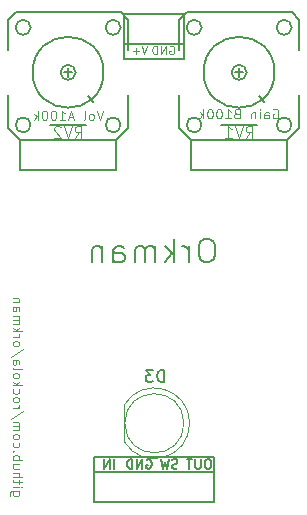
<source format=gbr>
%TF.GenerationSoftware,KiCad,Pcbnew,(5.99.0-1252-g0c2d08192)*%
%TF.CreationDate,2020-04-08T11:52:56+03:00*%
%TF.ProjectId,orkman,6f726b6d-616e-42e6-9b69-6361645f7063,rev?*%
%TF.SameCoordinates,Original*%
%TF.FileFunction,Legend,Bot*%
%TF.FilePolarity,Positive*%
%FSLAX46Y46*%
G04 Gerber Fmt 4.6, Leading zero omitted, Abs format (unit mm)*
G04 Created by KiCad (PCBNEW (5.99.0-1252-g0c2d08192)) date 2020-04-08 11:52:56*
%MOMM*%
%LPD*%
G01*
G04 APERTURE LIST*
%ADD10C,0.100000*%
%ADD11C,0.150000*%
%ADD12C,0.127000*%
%ADD13C,0.120000*%
%ADD14C,0.081280*%
G04 APERTURE END LIST*
D10*
X123170928Y-95185500D02*
X122523309Y-95185500D01*
X122447119Y-95223595D01*
X122409023Y-95261690D01*
X122370928Y-95337880D01*
X122370928Y-95452166D01*
X122409023Y-95528357D01*
X122675690Y-95185500D02*
X122637595Y-95261690D01*
X122637595Y-95414071D01*
X122675690Y-95490261D01*
X122713785Y-95528357D01*
X122789976Y-95566452D01*
X123018547Y-95566452D01*
X123094738Y-95528357D01*
X123132833Y-95490261D01*
X123170928Y-95414071D01*
X123170928Y-95261690D01*
X123132833Y-95185500D01*
X122637595Y-94804547D02*
X123170928Y-94804547D01*
X123437595Y-94804547D02*
X123399500Y-94842642D01*
X123361404Y-94804547D01*
X123399500Y-94766452D01*
X123437595Y-94804547D01*
X123361404Y-94804547D01*
X123170928Y-94537880D02*
X123170928Y-94233119D01*
X123437595Y-94423595D02*
X122751880Y-94423595D01*
X122675690Y-94385500D01*
X122637595Y-94309309D01*
X122637595Y-94233119D01*
X122637595Y-93966452D02*
X123437595Y-93966452D01*
X122637595Y-93623595D02*
X123056642Y-93623595D01*
X123132833Y-93661690D01*
X123170928Y-93737880D01*
X123170928Y-93852166D01*
X123132833Y-93928357D01*
X123094738Y-93966452D01*
X123170928Y-92899785D02*
X122637595Y-92899785D01*
X123170928Y-93242642D02*
X122751880Y-93242642D01*
X122675690Y-93204547D01*
X122637595Y-93128357D01*
X122637595Y-93014071D01*
X122675690Y-92937880D01*
X122713785Y-92899785D01*
X122637595Y-92518833D02*
X123437595Y-92518833D01*
X123132833Y-92518833D02*
X123170928Y-92442642D01*
X123170928Y-92290261D01*
X123132833Y-92214071D01*
X123094738Y-92175976D01*
X123018547Y-92137880D01*
X122789976Y-92137880D01*
X122713785Y-92175976D01*
X122675690Y-92214071D01*
X122637595Y-92290261D01*
X122637595Y-92442642D01*
X122675690Y-92518833D01*
X122713785Y-91795023D02*
X122675690Y-91756928D01*
X122637595Y-91795023D01*
X122675690Y-91833119D01*
X122713785Y-91795023D01*
X122637595Y-91795023D01*
X122675690Y-91071214D02*
X122637595Y-91147404D01*
X122637595Y-91299785D01*
X122675690Y-91375976D01*
X122713785Y-91414071D01*
X122789976Y-91452166D01*
X123018547Y-91452166D01*
X123094738Y-91414071D01*
X123132833Y-91375976D01*
X123170928Y-91299785D01*
X123170928Y-91147404D01*
X123132833Y-91071214D01*
X122637595Y-90614071D02*
X122675690Y-90690261D01*
X122713785Y-90728357D01*
X122789976Y-90766452D01*
X123018547Y-90766452D01*
X123094738Y-90728357D01*
X123132833Y-90690261D01*
X123170928Y-90614071D01*
X123170928Y-90499785D01*
X123132833Y-90423595D01*
X123094738Y-90385500D01*
X123018547Y-90347404D01*
X122789976Y-90347404D01*
X122713785Y-90385500D01*
X122675690Y-90423595D01*
X122637595Y-90499785D01*
X122637595Y-90614071D01*
X122637595Y-90004547D02*
X123170928Y-90004547D01*
X123094738Y-90004547D02*
X123132833Y-89966452D01*
X123170928Y-89890261D01*
X123170928Y-89775976D01*
X123132833Y-89699785D01*
X123056642Y-89661690D01*
X122637595Y-89661690D01*
X123056642Y-89661690D02*
X123132833Y-89623595D01*
X123170928Y-89547404D01*
X123170928Y-89433119D01*
X123132833Y-89356928D01*
X123056642Y-89318833D01*
X122637595Y-89318833D01*
X123475690Y-88366452D02*
X122447119Y-89052166D01*
X122637595Y-88099785D02*
X123170928Y-88099785D01*
X123018547Y-88099785D02*
X123094738Y-88061690D01*
X123132833Y-88023595D01*
X123170928Y-87947404D01*
X123170928Y-87871214D01*
X122637595Y-87490261D02*
X122675690Y-87566452D01*
X122713785Y-87604547D01*
X122789976Y-87642642D01*
X123018547Y-87642642D01*
X123094738Y-87604547D01*
X123132833Y-87566452D01*
X123170928Y-87490261D01*
X123170928Y-87375976D01*
X123132833Y-87299785D01*
X123094738Y-87261690D01*
X123018547Y-87223595D01*
X122789976Y-87223595D01*
X122713785Y-87261690D01*
X122675690Y-87299785D01*
X122637595Y-87375976D01*
X122637595Y-87490261D01*
X122675690Y-86537880D02*
X122637595Y-86614071D01*
X122637595Y-86766452D01*
X122675690Y-86842642D01*
X122713785Y-86880738D01*
X122789976Y-86918833D01*
X123018547Y-86918833D01*
X123094738Y-86880738D01*
X123132833Y-86842642D01*
X123170928Y-86766452D01*
X123170928Y-86614071D01*
X123132833Y-86537880D01*
X122637595Y-86195023D02*
X123437595Y-86195023D01*
X122942357Y-86118833D02*
X122637595Y-85890261D01*
X123170928Y-85890261D02*
X122866166Y-86195023D01*
X122637595Y-85433119D02*
X122675690Y-85509309D01*
X122713785Y-85547404D01*
X122789976Y-85585500D01*
X123018547Y-85585500D01*
X123094738Y-85547404D01*
X123132833Y-85509309D01*
X123170928Y-85433119D01*
X123170928Y-85318833D01*
X123132833Y-85242642D01*
X123094738Y-85204547D01*
X123018547Y-85166452D01*
X122789976Y-85166452D01*
X122713785Y-85204547D01*
X122675690Y-85242642D01*
X122637595Y-85318833D01*
X122637595Y-85433119D01*
X122637595Y-84709309D02*
X122675690Y-84785500D01*
X122751880Y-84823595D01*
X123437595Y-84823595D01*
X122637595Y-84061690D02*
X123056642Y-84061690D01*
X123132833Y-84099785D01*
X123170928Y-84175976D01*
X123170928Y-84328357D01*
X123132833Y-84404547D01*
X122675690Y-84061690D02*
X122637595Y-84137880D01*
X122637595Y-84328357D01*
X122675690Y-84404547D01*
X122751880Y-84442642D01*
X122828071Y-84442642D01*
X122904261Y-84404547D01*
X122942357Y-84328357D01*
X122942357Y-84137880D01*
X122980452Y-84061690D01*
X123475690Y-83109309D02*
X122447119Y-83795023D01*
X122637595Y-82728357D02*
X122675690Y-82804547D01*
X122713785Y-82842642D01*
X122789976Y-82880738D01*
X123018547Y-82880738D01*
X123094738Y-82842642D01*
X123132833Y-82804547D01*
X123170928Y-82728357D01*
X123170928Y-82614071D01*
X123132833Y-82537880D01*
X123094738Y-82499785D01*
X123018547Y-82461690D01*
X122789976Y-82461690D01*
X122713785Y-82499785D01*
X122675690Y-82537880D01*
X122637595Y-82614071D01*
X122637595Y-82728357D01*
X122637595Y-82118833D02*
X123170928Y-82118833D01*
X123018547Y-82118833D02*
X123094738Y-82080738D01*
X123132833Y-82042642D01*
X123170928Y-81966452D01*
X123170928Y-81890261D01*
X122637595Y-81623595D02*
X123437595Y-81623595D01*
X122942357Y-81547404D02*
X122637595Y-81318833D01*
X123170928Y-81318833D02*
X122866166Y-81623595D01*
X122637595Y-80975976D02*
X123170928Y-80975976D01*
X123094738Y-80975976D02*
X123132833Y-80937880D01*
X123170928Y-80861690D01*
X123170928Y-80747404D01*
X123132833Y-80671214D01*
X123056642Y-80633119D01*
X122637595Y-80633119D01*
X123056642Y-80633119D02*
X123132833Y-80595023D01*
X123170928Y-80518833D01*
X123170928Y-80404547D01*
X123132833Y-80328357D01*
X123056642Y-80290261D01*
X122637595Y-80290261D01*
X122637595Y-79566452D02*
X123056642Y-79566452D01*
X123132833Y-79604547D01*
X123170928Y-79680738D01*
X123170928Y-79833119D01*
X123132833Y-79909309D01*
X122675690Y-79566452D02*
X122637595Y-79642642D01*
X122637595Y-79833119D01*
X122675690Y-79909309D01*
X122751880Y-79947404D01*
X122828071Y-79947404D01*
X122904261Y-79909309D01*
X122942357Y-79833119D01*
X122942357Y-79642642D01*
X122980452Y-79566452D01*
X123170928Y-79185500D02*
X122637595Y-79185500D01*
X123094738Y-79185500D02*
X123132833Y-79147404D01*
X123170928Y-79071214D01*
X123170928Y-78956928D01*
X123132833Y-78880738D01*
X123056642Y-78842642D01*
X122637595Y-78842642D01*
X144671690Y-62846000D02*
X144747880Y-62807904D01*
X144862166Y-62807904D01*
X144976452Y-62846000D01*
X145052642Y-62922190D01*
X145090738Y-62998380D01*
X145128833Y-63150761D01*
X145128833Y-63265047D01*
X145090738Y-63417428D01*
X145052642Y-63493619D01*
X144976452Y-63569809D01*
X144862166Y-63607904D01*
X144785976Y-63607904D01*
X144671690Y-63569809D01*
X144633595Y-63531714D01*
X144633595Y-63265047D01*
X144785976Y-63265047D01*
X143947880Y-63607904D02*
X143947880Y-63188857D01*
X143985976Y-63112666D01*
X144062166Y-63074571D01*
X144214547Y-63074571D01*
X144290738Y-63112666D01*
X143947880Y-63569809D02*
X144024071Y-63607904D01*
X144214547Y-63607904D01*
X144290738Y-63569809D01*
X144328833Y-63493619D01*
X144328833Y-63417428D01*
X144290738Y-63341238D01*
X144214547Y-63303142D01*
X144024071Y-63303142D01*
X143947880Y-63265047D01*
X143566928Y-63607904D02*
X143566928Y-63074571D01*
X143566928Y-62807904D02*
X143605023Y-62846000D01*
X143566928Y-62884095D01*
X143528833Y-62846000D01*
X143566928Y-62807904D01*
X143566928Y-62884095D01*
X143185976Y-63074571D02*
X143185976Y-63607904D01*
X143185976Y-63150761D02*
X143147880Y-63112666D01*
X143071690Y-63074571D01*
X142957404Y-63074571D01*
X142881214Y-63112666D01*
X142843119Y-63188857D01*
X142843119Y-63607904D01*
X141585976Y-63188857D02*
X141471690Y-63226952D01*
X141433595Y-63265047D01*
X141395500Y-63341238D01*
X141395500Y-63455523D01*
X141433595Y-63531714D01*
X141471690Y-63569809D01*
X141547880Y-63607904D01*
X141852642Y-63607904D01*
X141852642Y-62807904D01*
X141585976Y-62807904D01*
X141509785Y-62846000D01*
X141471690Y-62884095D01*
X141433595Y-62960285D01*
X141433595Y-63036476D01*
X141471690Y-63112666D01*
X141509785Y-63150761D01*
X141585976Y-63188857D01*
X141852642Y-63188857D01*
X140633595Y-63607904D02*
X141090738Y-63607904D01*
X140862166Y-63607904D02*
X140862166Y-62807904D01*
X140938357Y-62922190D01*
X141014547Y-62998380D01*
X141090738Y-63036476D01*
X140138357Y-62807904D02*
X140062166Y-62807904D01*
X139985976Y-62846000D01*
X139947880Y-62884095D01*
X139909785Y-62960285D01*
X139871690Y-63112666D01*
X139871690Y-63303142D01*
X139909785Y-63455523D01*
X139947880Y-63531714D01*
X139985976Y-63569809D01*
X140062166Y-63607904D01*
X140138357Y-63607904D01*
X140214547Y-63569809D01*
X140252642Y-63531714D01*
X140290738Y-63455523D01*
X140328833Y-63303142D01*
X140328833Y-63112666D01*
X140290738Y-62960285D01*
X140252642Y-62884095D01*
X140214547Y-62846000D01*
X140138357Y-62807904D01*
X139376452Y-62807904D02*
X139300261Y-62807904D01*
X139224071Y-62846000D01*
X139185976Y-62884095D01*
X139147880Y-62960285D01*
X139109785Y-63112666D01*
X139109785Y-63303142D01*
X139147880Y-63455523D01*
X139185976Y-63531714D01*
X139224071Y-63569809D01*
X139300261Y-63607904D01*
X139376452Y-63607904D01*
X139452642Y-63569809D01*
X139490738Y-63531714D01*
X139528833Y-63455523D01*
X139566928Y-63303142D01*
X139566928Y-63112666D01*
X139528833Y-62960285D01*
X139490738Y-62884095D01*
X139452642Y-62846000D01*
X139376452Y-62807904D01*
X138766928Y-63607904D02*
X138766928Y-62807904D01*
X138690738Y-63303142D02*
X138462166Y-63607904D01*
X138462166Y-63074571D02*
X138766928Y-63379333D01*
X130269880Y-62934904D02*
X130003214Y-63734904D01*
X129736547Y-62934904D01*
X129355595Y-63734904D02*
X129431785Y-63696809D01*
X129469880Y-63658714D01*
X129507976Y-63582523D01*
X129507976Y-63353952D01*
X129469880Y-63277761D01*
X129431785Y-63239666D01*
X129355595Y-63201571D01*
X129241309Y-63201571D01*
X129165119Y-63239666D01*
X129127023Y-63277761D01*
X129088928Y-63353952D01*
X129088928Y-63582523D01*
X129127023Y-63658714D01*
X129165119Y-63696809D01*
X129241309Y-63734904D01*
X129355595Y-63734904D01*
X128631785Y-63734904D02*
X128707976Y-63696809D01*
X128746071Y-63620619D01*
X128746071Y-62934904D01*
X127755595Y-63506333D02*
X127374642Y-63506333D01*
X127831785Y-63734904D02*
X127565119Y-62934904D01*
X127298452Y-63734904D01*
X126612738Y-63734904D02*
X127069880Y-63734904D01*
X126841309Y-63734904D02*
X126841309Y-62934904D01*
X126917500Y-63049190D01*
X126993690Y-63125380D01*
X127069880Y-63163476D01*
X126117500Y-62934904D02*
X126041309Y-62934904D01*
X125965119Y-62973000D01*
X125927023Y-63011095D01*
X125888928Y-63087285D01*
X125850833Y-63239666D01*
X125850833Y-63430142D01*
X125888928Y-63582523D01*
X125927023Y-63658714D01*
X125965119Y-63696809D01*
X126041309Y-63734904D01*
X126117500Y-63734904D01*
X126193690Y-63696809D01*
X126231785Y-63658714D01*
X126269880Y-63582523D01*
X126307976Y-63430142D01*
X126307976Y-63239666D01*
X126269880Y-63087285D01*
X126231785Y-63011095D01*
X126193690Y-62973000D01*
X126117500Y-62934904D01*
X125355595Y-62934904D02*
X125279404Y-62934904D01*
X125203214Y-62973000D01*
X125165119Y-63011095D01*
X125127023Y-63087285D01*
X125088928Y-63239666D01*
X125088928Y-63430142D01*
X125127023Y-63582523D01*
X125165119Y-63658714D01*
X125203214Y-63696809D01*
X125279404Y-63734904D01*
X125355595Y-63734904D01*
X125431785Y-63696809D01*
X125469880Y-63658714D01*
X125507976Y-63582523D01*
X125546071Y-63430142D01*
X125546071Y-63239666D01*
X125507976Y-63087285D01*
X125469880Y-63011095D01*
X125431785Y-62973000D01*
X125355595Y-62934904D01*
X124746071Y-63734904D02*
X124746071Y-62934904D01*
X124669880Y-63430142D02*
X124441309Y-63734904D01*
X124441309Y-63201571D02*
X124746071Y-63506333D01*
D11*
X139254904Y-73771261D02*
X138873952Y-73771261D01*
X138683476Y-73866500D01*
X138493000Y-74056976D01*
X138397761Y-74437928D01*
X138397761Y-75104595D01*
X138493000Y-75485547D01*
X138683476Y-75676023D01*
X138873952Y-75771261D01*
X139254904Y-75771261D01*
X139445380Y-75676023D01*
X139635857Y-75485547D01*
X139731095Y-75104595D01*
X139731095Y-74437928D01*
X139635857Y-74056976D01*
X139445380Y-73866500D01*
X139254904Y-73771261D01*
X137540619Y-75771261D02*
X137540619Y-74437928D01*
X137540619Y-74818880D02*
X137445380Y-74628404D01*
X137350142Y-74533166D01*
X137159666Y-74437928D01*
X136969190Y-74437928D01*
X136302523Y-75771261D02*
X136302523Y-73771261D01*
X136112047Y-75009357D02*
X135540619Y-75771261D01*
X135540619Y-74437928D02*
X136302523Y-75199833D01*
X134683476Y-75771261D02*
X134683476Y-74437928D01*
X134683476Y-74628404D02*
X134588238Y-74533166D01*
X134397761Y-74437928D01*
X134112047Y-74437928D01*
X133921571Y-74533166D01*
X133826333Y-74723642D01*
X133826333Y-75771261D01*
X133826333Y-74723642D02*
X133731095Y-74533166D01*
X133540619Y-74437928D01*
X133254904Y-74437928D01*
X133064428Y-74533166D01*
X132969190Y-74723642D01*
X132969190Y-75771261D01*
X131159666Y-75771261D02*
X131159666Y-74723642D01*
X131254904Y-74533166D01*
X131445380Y-74437928D01*
X131826333Y-74437928D01*
X132016809Y-74533166D01*
X131159666Y-75676023D02*
X131350142Y-75771261D01*
X131826333Y-75771261D01*
X132016809Y-75676023D01*
X132112047Y-75485547D01*
X132112047Y-75295071D01*
X132016809Y-75104595D01*
X131826333Y-75009357D01*
X131350142Y-75009357D01*
X131159666Y-74914119D01*
X130207285Y-74437928D02*
X130207285Y-75771261D01*
X130207285Y-74628404D02*
X130112047Y-74533166D01*
X129921571Y-74437928D01*
X129635857Y-74437928D01*
X129445380Y-74533166D01*
X129350142Y-74723642D01*
X129350142Y-75771261D01*
D12*
%TO.C,J2*%
X132016500Y-58547000D02*
X132016500Y-57277000D01*
X137096500Y-58547000D02*
X137096500Y-57277000D01*
X132016500Y-58547000D02*
X137096500Y-58547000D01*
X132016500Y-57277000D02*
X132016500Y-54737000D01*
X137096500Y-57277000D02*
X137096500Y-54737000D01*
X132016500Y-57277000D02*
X137096500Y-57277000D01*
X137096500Y-54737000D02*
X132016500Y-54737000D01*
%TO.C,RV2*%
X131762500Y-55895000D02*
G75*
G03*
X131762500Y-55895000I-635000J0D01*
G01*
X124142500Y-55895000D02*
G75*
G03*
X124142500Y-55895000I-635000J0D01*
G01*
X122872500Y-54625000D02*
X131762500Y-54625000D01*
X131762500Y-54625000D02*
X132397500Y-55260000D01*
X122237500Y-55260000D02*
X122872500Y-54625000D01*
X122237500Y-64404000D02*
X123253500Y-65420000D01*
X126952500Y-59690000D02*
X127682500Y-59690000D01*
X127317500Y-59325000D02*
X127317500Y-60055000D01*
X125817500Y-64190000D02*
X128817500Y-64190000D01*
X123253500Y-65420000D02*
X131381500Y-65420000D01*
X131381500Y-65420000D02*
X131381500Y-67960000D01*
X131381500Y-67960000D02*
X123253500Y-67960000D01*
X123253500Y-67960000D02*
X123253500Y-65420000D01*
X127952500Y-59705000D02*
G75*
G03*
X127952500Y-59705000I-635000J0D01*
G01*
X122237500Y-55260000D02*
X122237500Y-57800000D01*
X132397500Y-55260000D02*
X132397500Y-57800000D01*
X122237500Y-64404000D02*
X122237500Y-61610000D01*
X132397500Y-64404000D02*
X132397500Y-61610000D01*
X131381500Y-65420000D02*
X132397500Y-64404000D01*
X124142500Y-64150000D02*
G75*
G03*
X124142500Y-64150000I-635000J0D01*
G01*
X131762500Y-64150000D02*
G75*
G03*
X131762500Y-64150000I-635000J0D01*
G01*
X129022172Y-61721553D02*
X129430344Y-62207991D01*
X130317500Y-59690000D02*
G75*
G03*
X130317500Y-59690000I-3000000J0D01*
G01*
%TO.C,RV1*%
X146240500Y-55895000D02*
G75*
G03*
X146240500Y-55895000I-635000J0D01*
G01*
X138620500Y-55895000D02*
G75*
G03*
X138620500Y-55895000I-635000J0D01*
G01*
X137350500Y-54625000D02*
X146240500Y-54625000D01*
X146240500Y-54625000D02*
X146875500Y-55260000D01*
X136715500Y-55260000D02*
X137350500Y-54625000D01*
X136715500Y-64404000D02*
X137731500Y-65420000D01*
X141430500Y-59690000D02*
X142160500Y-59690000D01*
X141795500Y-59325000D02*
X141795500Y-60055000D01*
X140295500Y-64190000D02*
X143295500Y-64190000D01*
X137731500Y-65420000D02*
X145859500Y-65420000D01*
X145859500Y-65420000D02*
X145859500Y-67960000D01*
X145859500Y-67960000D02*
X137731500Y-67960000D01*
X137731500Y-67960000D02*
X137731500Y-65420000D01*
X142430500Y-59705000D02*
G75*
G03*
X142430500Y-59705000I-635000J0D01*
G01*
X136715500Y-55260000D02*
X136715500Y-57800000D01*
X146875500Y-55260000D02*
X146875500Y-57800000D01*
X136715500Y-64404000D02*
X136715500Y-61610000D01*
X146875500Y-64404000D02*
X146875500Y-61610000D01*
X145859500Y-65420000D02*
X146875500Y-64404000D01*
X138620500Y-64150000D02*
G75*
G03*
X138620500Y-64150000I-635000J0D01*
G01*
X146240500Y-64150000D02*
G75*
G03*
X146240500Y-64150000I-635000J0D01*
G01*
X143500172Y-61721553D02*
X143908344Y-62207991D01*
X144795500Y-59690000D02*
G75*
G03*
X144795500Y-59690000I-3000000J0D01*
G01*
%TO.C,J1*%
X139700000Y-93535500D02*
X129540000Y-93535500D01*
X129540000Y-96075500D02*
X139700000Y-96075500D01*
X139700000Y-96075500D02*
X139700000Y-93535500D01*
X129540000Y-96075500D02*
X129540000Y-93535500D01*
X129540000Y-92265500D02*
X139700000Y-92265500D01*
X139700000Y-93535500D02*
X139700000Y-92265500D01*
X129540000Y-93535500D02*
X129540000Y-92265500D01*
D13*
%TO.C,D3*%
X137610000Y-89407538D02*
G75*
G02*
X132060000Y-90952830I-2990000J-462D01*
G01*
X137610000Y-89408462D02*
G75*
G03*
X132060000Y-87863170I-2990000J462D01*
G01*
X137120000Y-89408000D02*
G75*
G03*
X137120000Y-89408000I-2500000J0D01*
G01*
X132060000Y-90953000D02*
X132060000Y-87863000D01*
%TO.C,J2*%
D10*
X135915333Y-57498500D02*
X135982000Y-57465166D01*
X136082000Y-57465166D01*
X136182000Y-57498500D01*
X136248666Y-57565166D01*
X136282000Y-57631833D01*
X136315333Y-57765166D01*
X136315333Y-57865166D01*
X136282000Y-57998500D01*
X136248666Y-58065166D01*
X136182000Y-58131833D01*
X136082000Y-58165166D01*
X136015333Y-58165166D01*
X135915333Y-58131833D01*
X135882000Y-58098500D01*
X135882000Y-57865166D01*
X136015333Y-57865166D01*
X135582000Y-58165166D02*
X135582000Y-57465166D01*
X135182000Y-58165166D01*
X135182000Y-57465166D01*
X134848666Y-58165166D02*
X134848666Y-57465166D01*
X134682000Y-57465166D01*
X134582000Y-57498500D01*
X134515333Y-57565166D01*
X134482000Y-57631833D01*
X134448666Y-57765166D01*
X134448666Y-57865166D01*
X134482000Y-57998500D01*
X134515333Y-58065166D01*
X134582000Y-58131833D01*
X134682000Y-58165166D01*
X134848666Y-58165166D01*
X134016666Y-57465166D02*
X133783333Y-58165166D01*
X133550000Y-57465166D01*
X133316666Y-57898500D02*
X132783333Y-57898500D01*
X133050000Y-58165166D02*
X133050000Y-57631833D01*
%TO.C,RV2*%
D14*
X127892023Y-65221638D02*
X128213757Y-64762019D01*
X128443566Y-65221638D02*
X128443566Y-64256438D01*
X128075871Y-64256438D01*
X127983947Y-64302400D01*
X127937985Y-64348361D01*
X127892023Y-64440285D01*
X127892023Y-64578171D01*
X127937985Y-64670095D01*
X127983947Y-64716057D01*
X128075871Y-64762019D01*
X128443566Y-64762019D01*
X127616252Y-64256438D02*
X127294519Y-65221638D01*
X126972785Y-64256438D01*
X126697014Y-64348361D02*
X126651052Y-64302400D01*
X126559128Y-64256438D01*
X126329319Y-64256438D01*
X126237395Y-64302400D01*
X126191433Y-64348361D01*
X126145471Y-64440285D01*
X126145471Y-64532209D01*
X126191433Y-64670095D01*
X126742976Y-65221638D01*
X126145471Y-65221638D01*
%TO.C,RV1*%
X142370023Y-65221638D02*
X142691757Y-64762019D01*
X142921566Y-65221638D02*
X142921566Y-64256438D01*
X142553871Y-64256438D01*
X142461947Y-64302400D01*
X142415985Y-64348361D01*
X142370023Y-64440285D01*
X142370023Y-64578171D01*
X142415985Y-64670095D01*
X142461947Y-64716057D01*
X142553871Y-64762019D01*
X142921566Y-64762019D01*
X142094252Y-64256438D02*
X141772519Y-65221638D01*
X141450785Y-64256438D01*
X140623471Y-65221638D02*
X141175014Y-65221638D01*
X140899242Y-65221638D02*
X140899242Y-64256438D01*
X140991166Y-64394323D01*
X141083090Y-64486247D01*
X141175014Y-64532209D01*
%TO.C,J1*%
D11*
X131229047Y-93262404D02*
X131229047Y-92462404D01*
X130848095Y-93262404D02*
X130848095Y-92462404D01*
X130390952Y-93262404D01*
X130390952Y-92462404D01*
X133959523Y-92500500D02*
X134035714Y-92462404D01*
X134150000Y-92462404D01*
X134264285Y-92500500D01*
X134340476Y-92576690D01*
X134378571Y-92652880D01*
X134416666Y-92805261D01*
X134416666Y-92919547D01*
X134378571Y-93071928D01*
X134340476Y-93148119D01*
X134264285Y-93224309D01*
X134150000Y-93262404D01*
X134073809Y-93262404D01*
X133959523Y-93224309D01*
X133921428Y-93186214D01*
X133921428Y-92919547D01*
X134073809Y-92919547D01*
X133578571Y-93262404D02*
X133578571Y-92462404D01*
X133121428Y-93262404D01*
X133121428Y-92462404D01*
X132740476Y-93262404D02*
X132740476Y-92462404D01*
X132550000Y-92462404D01*
X132435714Y-92500500D01*
X132359523Y-92576690D01*
X132321428Y-92652880D01*
X132283333Y-92805261D01*
X132283333Y-92919547D01*
X132321428Y-93071928D01*
X132359523Y-93148119D01*
X132435714Y-93224309D01*
X132550000Y-93262404D01*
X132740476Y-93262404D01*
X136575714Y-93224309D02*
X136461428Y-93262404D01*
X136270952Y-93262404D01*
X136194761Y-93224309D01*
X136156666Y-93186214D01*
X136118571Y-93110023D01*
X136118571Y-93033833D01*
X136156666Y-92957642D01*
X136194761Y-92919547D01*
X136270952Y-92881452D01*
X136423333Y-92843357D01*
X136499523Y-92805261D01*
X136537619Y-92767166D01*
X136575714Y-92690976D01*
X136575714Y-92614785D01*
X136537619Y-92538595D01*
X136499523Y-92500500D01*
X136423333Y-92462404D01*
X136232857Y-92462404D01*
X136118571Y-92500500D01*
X135851904Y-92462404D02*
X135661428Y-93262404D01*
X135509047Y-92690976D01*
X135356666Y-93262404D01*
X135166190Y-92462404D01*
X139230000Y-92462404D02*
X139077619Y-92462404D01*
X139001428Y-92500500D01*
X138925238Y-92576690D01*
X138887142Y-92729071D01*
X138887142Y-92995738D01*
X138925238Y-93148119D01*
X139001428Y-93224309D01*
X139077619Y-93262404D01*
X139230000Y-93262404D01*
X139306190Y-93224309D01*
X139382380Y-93148119D01*
X139420476Y-92995738D01*
X139420476Y-92729071D01*
X139382380Y-92576690D01*
X139306190Y-92500500D01*
X139230000Y-92462404D01*
X138544285Y-92462404D02*
X138544285Y-93110023D01*
X138506190Y-93186214D01*
X138468095Y-93224309D01*
X138391904Y-93262404D01*
X138239523Y-93262404D01*
X138163333Y-93224309D01*
X138125238Y-93186214D01*
X138087142Y-93110023D01*
X138087142Y-92462404D01*
X137820476Y-92462404D02*
X137363333Y-92462404D01*
X137591904Y-93262404D02*
X137591904Y-92462404D01*
%TO.C,D3*%
X135421595Y-85923380D02*
X135421595Y-84923380D01*
X135183500Y-84923380D01*
X135040642Y-84971000D01*
X134945404Y-85066238D01*
X134897785Y-85161476D01*
X134850166Y-85351952D01*
X134850166Y-85494809D01*
X134897785Y-85685285D01*
X134945404Y-85780523D01*
X135040642Y-85875761D01*
X135183500Y-85923380D01*
X135421595Y-85923380D01*
X134516833Y-84923380D02*
X133897785Y-84923380D01*
X134231119Y-85304333D01*
X134088261Y-85304333D01*
X133993023Y-85351952D01*
X133945404Y-85399571D01*
X133897785Y-85494809D01*
X133897785Y-85732904D01*
X133945404Y-85828142D01*
X133993023Y-85875761D01*
X134088261Y-85923380D01*
X134373976Y-85923380D01*
X134469214Y-85875761D01*
X134516833Y-85828142D01*
%TD*%
M02*

</source>
